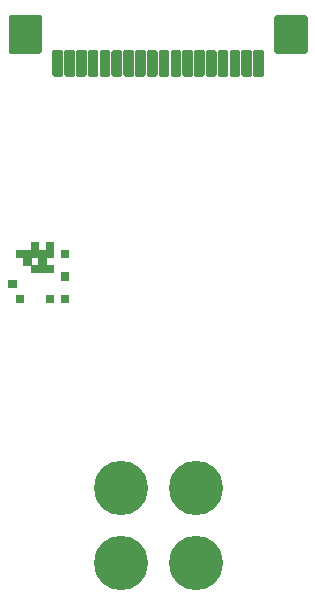
<source format=gbr>
G04 #@! TF.GenerationSoftware,KiCad,Pcbnew,(5.1.9)-1*
G04 #@! TF.CreationDate,2021-05-18T14:16:41+01:00*
G04 #@! TF.ProjectId,RGBtoHDMI Amiga Denise PLCC SMT Breakout FFC,52474274-6f48-4444-9d49-20416d696761,1*
G04 #@! TF.SameCoordinates,Original*
G04 #@! TF.FileFunction,Soldermask,Top*
G04 #@! TF.FilePolarity,Negative*
%FSLAX46Y46*%
G04 Gerber Fmt 4.6, Leading zero omitted, Abs format (unit mm)*
G04 Created by KiCad (PCBNEW (5.1.9)-1) date 2021-05-18 14:16:41*
%MOMM*%
%LPD*%
G01*
G04 APERTURE LIST*
%ADD10C,0.100000*%
%ADD11C,4.600000*%
G04 APERTURE END LIST*
D10*
G36*
X157734000Y-48895000D02*
G01*
X157099000Y-48895000D01*
X157099000Y-48260000D01*
X157734000Y-48260000D01*
X157734000Y-48895000D01*
G37*
X157734000Y-48895000D02*
X157099000Y-48895000D01*
X157099000Y-48260000D01*
X157734000Y-48260000D01*
X157734000Y-48895000D01*
G36*
X156464000Y-50800000D02*
G01*
X155829000Y-50800000D01*
X155829000Y-50165000D01*
X156464000Y-50165000D01*
X156464000Y-50800000D01*
G37*
X156464000Y-50800000D02*
X155829000Y-50800000D01*
X155829000Y-50165000D01*
X156464000Y-50165000D01*
X156464000Y-50800000D01*
G36*
X153924000Y-50800000D02*
G01*
X153289000Y-50800000D01*
X153289000Y-50165000D01*
X153924000Y-50165000D01*
X153924000Y-50800000D01*
G37*
X153924000Y-50800000D02*
X153289000Y-50800000D01*
X153289000Y-50165000D01*
X153924000Y-50165000D01*
X153924000Y-50800000D01*
G36*
X153289000Y-49530000D02*
G01*
X152654000Y-49530000D01*
X152654000Y-48895000D01*
X153289000Y-48895000D01*
X153289000Y-49530000D01*
G37*
X153289000Y-49530000D02*
X152654000Y-49530000D01*
X152654000Y-48895000D01*
X153289000Y-48895000D01*
X153289000Y-49530000D01*
G36*
X153924000Y-46990000D02*
G01*
X153289000Y-46990000D01*
X153289000Y-46355000D01*
X153924000Y-46355000D01*
X153924000Y-46990000D01*
G37*
X153924000Y-46990000D02*
X153289000Y-46990000D01*
X153289000Y-46355000D01*
X153924000Y-46355000D01*
X153924000Y-46990000D01*
G36*
X154559000Y-46990000D02*
G01*
X153924000Y-46990000D01*
X153924000Y-46355000D01*
X154559000Y-46355000D01*
X154559000Y-46990000D01*
G37*
X154559000Y-46990000D02*
X153924000Y-46990000D01*
X153924000Y-46355000D01*
X154559000Y-46355000D01*
X154559000Y-46990000D01*
G36*
X155194000Y-46355000D02*
G01*
X154559000Y-46355000D01*
X154559000Y-45720000D01*
X155194000Y-45720000D01*
X155194000Y-46355000D01*
G37*
X155194000Y-46355000D02*
X154559000Y-46355000D01*
X154559000Y-45720000D01*
X155194000Y-45720000D01*
X155194000Y-46355000D01*
G36*
X155194000Y-46990000D02*
G01*
X154559000Y-46990000D01*
X154559000Y-46355000D01*
X155194000Y-46355000D01*
X155194000Y-46990000D01*
G37*
X155194000Y-46990000D02*
X154559000Y-46990000D01*
X154559000Y-46355000D01*
X155194000Y-46355000D01*
X155194000Y-46990000D01*
G36*
X155829000Y-46990000D02*
G01*
X155194000Y-46990000D01*
X155194000Y-46355000D01*
X155829000Y-46355000D01*
X155829000Y-46990000D01*
G37*
X155829000Y-46990000D02*
X155194000Y-46990000D01*
X155194000Y-46355000D01*
X155829000Y-46355000D01*
X155829000Y-46990000D01*
G36*
X156464000Y-46990000D02*
G01*
X155829000Y-46990000D01*
X155829000Y-46355000D01*
X156464000Y-46355000D01*
X156464000Y-46990000D01*
G37*
X156464000Y-46990000D02*
X155829000Y-46990000D01*
X155829000Y-46355000D01*
X156464000Y-46355000D01*
X156464000Y-46990000D01*
G36*
X156464000Y-46355000D02*
G01*
X155829000Y-46355000D01*
X155829000Y-45720000D01*
X156464000Y-45720000D01*
X156464000Y-46355000D01*
G37*
X156464000Y-46355000D02*
X155829000Y-46355000D01*
X155829000Y-45720000D01*
X156464000Y-45720000D01*
X156464000Y-46355000D01*
G36*
X157734000Y-50800000D02*
G01*
X157099000Y-50800000D01*
X157099000Y-50165000D01*
X157734000Y-50165000D01*
X157734000Y-50800000D01*
G37*
X157734000Y-50800000D02*
X157099000Y-50800000D01*
X157099000Y-50165000D01*
X157734000Y-50165000D01*
X157734000Y-50800000D01*
G36*
X157734000Y-46990000D02*
G01*
X157099000Y-46990000D01*
X157099000Y-46355000D01*
X157734000Y-46355000D01*
X157734000Y-46990000D01*
G37*
X157734000Y-46990000D02*
X157099000Y-46990000D01*
X157099000Y-46355000D01*
X157734000Y-46355000D01*
X157734000Y-46990000D01*
G36*
X154559000Y-47625000D02*
G01*
X153924000Y-47625000D01*
X153924000Y-46990000D01*
X154559000Y-46990000D01*
X154559000Y-47625000D01*
G37*
X154559000Y-47625000D02*
X153924000Y-47625000D01*
X153924000Y-46990000D01*
X154559000Y-46990000D01*
X154559000Y-47625000D01*
G36*
X155194000Y-48260000D02*
G01*
X154559000Y-48260000D01*
X154559000Y-47625000D01*
X155194000Y-47625000D01*
X155194000Y-48260000D01*
G37*
X155194000Y-48260000D02*
X154559000Y-48260000D01*
X154559000Y-47625000D01*
X155194000Y-47625000D01*
X155194000Y-48260000D01*
G36*
X156464000Y-48260000D02*
G01*
X155829000Y-48260000D01*
X155829000Y-47625000D01*
X156464000Y-47625000D01*
X156464000Y-48260000D01*
G37*
X156464000Y-48260000D02*
X155829000Y-48260000D01*
X155829000Y-47625000D01*
X156464000Y-47625000D01*
X156464000Y-48260000D01*
G36*
X155829000Y-48260000D02*
G01*
X155194000Y-48260000D01*
X155194000Y-47625000D01*
X155829000Y-47625000D01*
X155829000Y-48260000D01*
G37*
X155829000Y-48260000D02*
X155194000Y-48260000D01*
X155194000Y-47625000D01*
X155829000Y-47625000D01*
X155829000Y-48260000D01*
G36*
X155829000Y-47625000D02*
G01*
X155194000Y-47625000D01*
X155194000Y-46990000D01*
X155829000Y-46990000D01*
X155829000Y-47625000D01*
G37*
X155829000Y-47625000D02*
X155194000Y-47625000D01*
X155194000Y-46990000D01*
X155829000Y-46990000D01*
X155829000Y-47625000D01*
G36*
G01*
X178004000Y-26612000D02*
X178004000Y-29612000D01*
G75*
G02*
X177854000Y-29762000I-150000J0D01*
G01*
X175354000Y-29762000D01*
G75*
G02*
X175204000Y-29612000I0J150000D01*
G01*
X175204000Y-26612000D01*
G75*
G02*
X175354000Y-26462000I150000J0D01*
G01*
X177854000Y-26462000D01*
G75*
G02*
X178004000Y-26612000I0J-150000D01*
G01*
G37*
G36*
G01*
X155504000Y-26612000D02*
X155504000Y-29612000D01*
G75*
G02*
X155354000Y-29762000I-150000J0D01*
G01*
X152854000Y-29762000D01*
G75*
G02*
X152704000Y-29612000I0J150000D01*
G01*
X152704000Y-26612000D01*
G75*
G02*
X152854000Y-26462000I150000J0D01*
G01*
X155354000Y-26462000D01*
G75*
G02*
X155504000Y-26612000I0J-150000D01*
G01*
G37*
G36*
G01*
X157304000Y-29562000D02*
X157304000Y-31562000D01*
G75*
G02*
X157154000Y-31712000I-150000J0D01*
G01*
X156554000Y-31712000D01*
G75*
G02*
X156404000Y-31562000I0J150000D01*
G01*
X156404000Y-29562000D01*
G75*
G02*
X156554000Y-29412000I150000J0D01*
G01*
X157154000Y-29412000D01*
G75*
G02*
X157304000Y-29562000I0J-150000D01*
G01*
G37*
G36*
G01*
X158304000Y-29562000D02*
X158304000Y-31562000D01*
G75*
G02*
X158154000Y-31712000I-150000J0D01*
G01*
X157554000Y-31712000D01*
G75*
G02*
X157404000Y-31562000I0J150000D01*
G01*
X157404000Y-29562000D01*
G75*
G02*
X157554000Y-29412000I150000J0D01*
G01*
X158154000Y-29412000D01*
G75*
G02*
X158304000Y-29562000I0J-150000D01*
G01*
G37*
G36*
G01*
X159304000Y-29562000D02*
X159304000Y-31562000D01*
G75*
G02*
X159154000Y-31712000I-150000J0D01*
G01*
X158554000Y-31712000D01*
G75*
G02*
X158404000Y-31562000I0J150000D01*
G01*
X158404000Y-29562000D01*
G75*
G02*
X158554000Y-29412000I150000J0D01*
G01*
X159154000Y-29412000D01*
G75*
G02*
X159304000Y-29562000I0J-150000D01*
G01*
G37*
G36*
G01*
X160304000Y-29562000D02*
X160304000Y-31562000D01*
G75*
G02*
X160154000Y-31712000I-150000J0D01*
G01*
X159554000Y-31712000D01*
G75*
G02*
X159404000Y-31562000I0J150000D01*
G01*
X159404000Y-29562000D01*
G75*
G02*
X159554000Y-29412000I150000J0D01*
G01*
X160154000Y-29412000D01*
G75*
G02*
X160304000Y-29562000I0J-150000D01*
G01*
G37*
G36*
G01*
X161304000Y-29562000D02*
X161304000Y-31562000D01*
G75*
G02*
X161154000Y-31712000I-150000J0D01*
G01*
X160554000Y-31712000D01*
G75*
G02*
X160404000Y-31562000I0J150000D01*
G01*
X160404000Y-29562000D01*
G75*
G02*
X160554000Y-29412000I150000J0D01*
G01*
X161154000Y-29412000D01*
G75*
G02*
X161304000Y-29562000I0J-150000D01*
G01*
G37*
G36*
G01*
X162304000Y-29562000D02*
X162304000Y-31562000D01*
G75*
G02*
X162154000Y-31712000I-150000J0D01*
G01*
X161554000Y-31712000D01*
G75*
G02*
X161404000Y-31562000I0J150000D01*
G01*
X161404000Y-29562000D01*
G75*
G02*
X161554000Y-29412000I150000J0D01*
G01*
X162154000Y-29412000D01*
G75*
G02*
X162304000Y-29562000I0J-150000D01*
G01*
G37*
G36*
G01*
X163304000Y-29562000D02*
X163304000Y-31562000D01*
G75*
G02*
X163154000Y-31712000I-150000J0D01*
G01*
X162554000Y-31712000D01*
G75*
G02*
X162404000Y-31562000I0J150000D01*
G01*
X162404000Y-29562000D01*
G75*
G02*
X162554000Y-29412000I150000J0D01*
G01*
X163154000Y-29412000D01*
G75*
G02*
X163304000Y-29562000I0J-150000D01*
G01*
G37*
G36*
G01*
X164304000Y-29562000D02*
X164304000Y-31562000D01*
G75*
G02*
X164154000Y-31712000I-150000J0D01*
G01*
X163554000Y-31712000D01*
G75*
G02*
X163404000Y-31562000I0J150000D01*
G01*
X163404000Y-29562000D01*
G75*
G02*
X163554000Y-29412000I150000J0D01*
G01*
X164154000Y-29412000D01*
G75*
G02*
X164304000Y-29562000I0J-150000D01*
G01*
G37*
G36*
G01*
X165304000Y-29562000D02*
X165304000Y-31562000D01*
G75*
G02*
X165154000Y-31712000I-150000J0D01*
G01*
X164554000Y-31712000D01*
G75*
G02*
X164404000Y-31562000I0J150000D01*
G01*
X164404000Y-29562000D01*
G75*
G02*
X164554000Y-29412000I150000J0D01*
G01*
X165154000Y-29412000D01*
G75*
G02*
X165304000Y-29562000I0J-150000D01*
G01*
G37*
G36*
G01*
X166304000Y-29562000D02*
X166304000Y-31562000D01*
G75*
G02*
X166154000Y-31712000I-150000J0D01*
G01*
X165554000Y-31712000D01*
G75*
G02*
X165404000Y-31562000I0J150000D01*
G01*
X165404000Y-29562000D01*
G75*
G02*
X165554000Y-29412000I150000J0D01*
G01*
X166154000Y-29412000D01*
G75*
G02*
X166304000Y-29562000I0J-150000D01*
G01*
G37*
G36*
G01*
X167304000Y-29562000D02*
X167304000Y-31562000D01*
G75*
G02*
X167154000Y-31712000I-150000J0D01*
G01*
X166554000Y-31712000D01*
G75*
G02*
X166404000Y-31562000I0J150000D01*
G01*
X166404000Y-29562000D01*
G75*
G02*
X166554000Y-29412000I150000J0D01*
G01*
X167154000Y-29412000D01*
G75*
G02*
X167304000Y-29562000I0J-150000D01*
G01*
G37*
G36*
G01*
X168304000Y-29562000D02*
X168304000Y-31562000D01*
G75*
G02*
X168154000Y-31712000I-150000J0D01*
G01*
X167554000Y-31712000D01*
G75*
G02*
X167404000Y-31562000I0J150000D01*
G01*
X167404000Y-29562000D01*
G75*
G02*
X167554000Y-29412000I150000J0D01*
G01*
X168154000Y-29412000D01*
G75*
G02*
X168304000Y-29562000I0J-150000D01*
G01*
G37*
G36*
G01*
X169304000Y-29562000D02*
X169304000Y-31562000D01*
G75*
G02*
X169154000Y-31712000I-150000J0D01*
G01*
X168554000Y-31712000D01*
G75*
G02*
X168404000Y-31562000I0J150000D01*
G01*
X168404000Y-29562000D01*
G75*
G02*
X168554000Y-29412000I150000J0D01*
G01*
X169154000Y-29412000D01*
G75*
G02*
X169304000Y-29562000I0J-150000D01*
G01*
G37*
G36*
G01*
X170304000Y-29562000D02*
X170304000Y-31562000D01*
G75*
G02*
X170154000Y-31712000I-150000J0D01*
G01*
X169554000Y-31712000D01*
G75*
G02*
X169404000Y-31562000I0J150000D01*
G01*
X169404000Y-29562000D01*
G75*
G02*
X169554000Y-29412000I150000J0D01*
G01*
X170154000Y-29412000D01*
G75*
G02*
X170304000Y-29562000I0J-150000D01*
G01*
G37*
G36*
G01*
X171304000Y-29562000D02*
X171304000Y-31562000D01*
G75*
G02*
X171154000Y-31712000I-150000J0D01*
G01*
X170554000Y-31712000D01*
G75*
G02*
X170404000Y-31562000I0J150000D01*
G01*
X170404000Y-29562000D01*
G75*
G02*
X170554000Y-29412000I150000J0D01*
G01*
X171154000Y-29412000D01*
G75*
G02*
X171304000Y-29562000I0J-150000D01*
G01*
G37*
G36*
G01*
X172304000Y-29562000D02*
X172304000Y-31562000D01*
G75*
G02*
X172154000Y-31712000I-150000J0D01*
G01*
X171554000Y-31712000D01*
G75*
G02*
X171404000Y-31562000I0J150000D01*
G01*
X171404000Y-29562000D01*
G75*
G02*
X171554000Y-29412000I150000J0D01*
G01*
X172154000Y-29412000D01*
G75*
G02*
X172304000Y-29562000I0J-150000D01*
G01*
G37*
G36*
G01*
X173304000Y-29562000D02*
X173304000Y-31562000D01*
G75*
G02*
X173154000Y-31712000I-150000J0D01*
G01*
X172554000Y-31712000D01*
G75*
G02*
X172404000Y-31562000I0J150000D01*
G01*
X172404000Y-29562000D01*
G75*
G02*
X172554000Y-29412000I150000J0D01*
G01*
X173154000Y-29412000D01*
G75*
G02*
X173304000Y-29562000I0J-150000D01*
G01*
G37*
G36*
G01*
X174304000Y-29562000D02*
X174304000Y-31562000D01*
G75*
G02*
X174154000Y-31712000I-150000J0D01*
G01*
X173554000Y-31712000D01*
G75*
G02*
X173404000Y-31562000I0J150000D01*
G01*
X173404000Y-29562000D01*
G75*
G02*
X173554000Y-29412000I150000J0D01*
G01*
X174154000Y-29412000D01*
G75*
G02*
X174304000Y-29562000I0J-150000D01*
G01*
G37*
D11*
X168529000Y-72898000D03*
X168529000Y-66548000D03*
X162179000Y-72898000D03*
X162179000Y-66548000D03*
M02*

</source>
